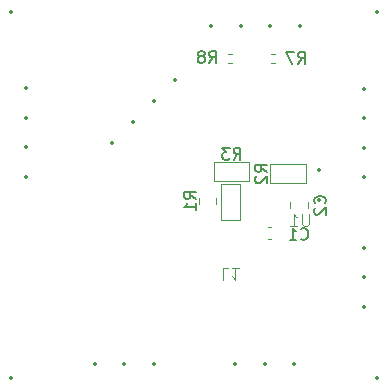
<source format=gbo>
%TF.GenerationSoftware,KiCad,Pcbnew,9.0.2-9.0.2-0~ubuntu22.04.1*%
%TF.CreationDate,2025-05-12T22:54:36+03:00*%
%TF.ProjectId,endpoint-driver,656e6470-6f69-46e7-942d-647269766572,rev?*%
%TF.SameCoordinates,Original*%
%TF.FileFunction,Legend,Bot*%
%TF.FilePolarity,Positive*%
%FSLAX46Y46*%
G04 Gerber Fmt 4.6, Leading zero omitted, Abs format (unit mm)*
G04 Created by KiCad (PCBNEW 9.0.2-9.0.2-0~ubuntu22.04.1) date 2025-05-12 22:54:36*
%MOMM*%
%LPD*%
G01*
G04 APERTURE LIST*
%ADD10C,0.150000*%
%ADD11C,0.100000*%
%ADD12C,0.120000*%
%ADD13C,0.350000*%
G04 APERTURE END LIST*
D10*
X28796666Y31095180D02*
X29129999Y31571371D01*
X29368094Y31095180D02*
X29368094Y32095180D01*
X29368094Y32095180D02*
X28987142Y32095180D01*
X28987142Y32095180D02*
X28891904Y32047561D01*
X28891904Y32047561D02*
X28844285Y31999942D01*
X28844285Y31999942D02*
X28796666Y31904704D01*
X28796666Y31904704D02*
X28796666Y31761847D01*
X28796666Y31761847D02*
X28844285Y31666609D01*
X28844285Y31666609D02*
X28891904Y31618990D01*
X28891904Y31618990D02*
X28987142Y31571371D01*
X28987142Y31571371D02*
X29368094Y31571371D01*
X28463332Y32095180D02*
X27796666Y32095180D01*
X27796666Y32095180D02*
X28225237Y31095180D01*
X21246666Y31145180D02*
X21579999Y31621371D01*
X21818094Y31145180D02*
X21818094Y32145180D01*
X21818094Y32145180D02*
X21437142Y32145180D01*
X21437142Y32145180D02*
X21341904Y32097561D01*
X21341904Y32097561D02*
X21294285Y32049942D01*
X21294285Y32049942D02*
X21246666Y31954704D01*
X21246666Y31954704D02*
X21246666Y31811847D01*
X21246666Y31811847D02*
X21294285Y31716609D01*
X21294285Y31716609D02*
X21341904Y31668990D01*
X21341904Y31668990D02*
X21437142Y31621371D01*
X21437142Y31621371D02*
X21818094Y31621371D01*
X20675237Y31716609D02*
X20770475Y31764228D01*
X20770475Y31764228D02*
X20818094Y31811847D01*
X20818094Y31811847D02*
X20865713Y31907085D01*
X20865713Y31907085D02*
X20865713Y31954704D01*
X20865713Y31954704D02*
X20818094Y32049942D01*
X20818094Y32049942D02*
X20770475Y32097561D01*
X20770475Y32097561D02*
X20675237Y32145180D01*
X20675237Y32145180D02*
X20484761Y32145180D01*
X20484761Y32145180D02*
X20389523Y32097561D01*
X20389523Y32097561D02*
X20341904Y32049942D01*
X20341904Y32049942D02*
X20294285Y31954704D01*
X20294285Y31954704D02*
X20294285Y31907085D01*
X20294285Y31907085D02*
X20341904Y31811847D01*
X20341904Y31811847D02*
X20389523Y31764228D01*
X20389523Y31764228D02*
X20484761Y31716609D01*
X20484761Y31716609D02*
X20675237Y31716609D01*
X20675237Y31716609D02*
X20770475Y31668990D01*
X20770475Y31668990D02*
X20818094Y31621371D01*
X20818094Y31621371D02*
X20865713Y31526133D01*
X20865713Y31526133D02*
X20865713Y31335657D01*
X20865713Y31335657D02*
X20818094Y31240419D01*
X20818094Y31240419D02*
X20770475Y31192800D01*
X20770475Y31192800D02*
X20675237Y31145180D01*
X20675237Y31145180D02*
X20484761Y31145180D01*
X20484761Y31145180D02*
X20389523Y31192800D01*
X20389523Y31192800D02*
X20341904Y31240419D01*
X20341904Y31240419D02*
X20294285Y31335657D01*
X20294285Y31335657D02*
X20294285Y31526133D01*
X20294285Y31526133D02*
X20341904Y31621371D01*
X20341904Y31621371D02*
X20389523Y31668990D01*
X20389523Y31668990D02*
X20484761Y31716609D01*
D11*
X29691904Y18352580D02*
X29691904Y17543057D01*
X29691904Y17543057D02*
X29644285Y17447819D01*
X29644285Y17447819D02*
X29596666Y17400200D01*
X29596666Y17400200D02*
X29501428Y17352580D01*
X29501428Y17352580D02*
X29310952Y17352580D01*
X29310952Y17352580D02*
X29215714Y17400200D01*
X29215714Y17400200D02*
X29168095Y17447819D01*
X29168095Y17447819D02*
X29120476Y17543057D01*
X29120476Y17543057D02*
X29120476Y18352580D01*
X28120476Y17352580D02*
X28691904Y17352580D01*
X28406190Y17352580D02*
X28406190Y18352580D01*
X28406190Y18352580D02*
X28501428Y18209723D01*
X28501428Y18209723D02*
X28596666Y18114485D01*
X28596666Y18114485D02*
X28691904Y18066866D01*
D10*
X20124819Y19646666D02*
X19648628Y19979999D01*
X20124819Y20218094D02*
X19124819Y20218094D01*
X19124819Y20218094D02*
X19124819Y19837142D01*
X19124819Y19837142D02*
X19172438Y19741904D01*
X19172438Y19741904D02*
X19220057Y19694285D01*
X19220057Y19694285D02*
X19315295Y19646666D01*
X19315295Y19646666D02*
X19458152Y19646666D01*
X19458152Y19646666D02*
X19553390Y19694285D01*
X19553390Y19694285D02*
X19601009Y19741904D01*
X19601009Y19741904D02*
X19648628Y19837142D01*
X19648628Y19837142D02*
X19648628Y20218094D01*
X20124819Y18694285D02*
X20124819Y19265713D01*
X20124819Y18979999D02*
X19124819Y18979999D01*
X19124819Y18979999D02*
X19267676Y19075237D01*
X19267676Y19075237D02*
X19362914Y19170475D01*
X19362914Y19170475D02*
X19410533Y19265713D01*
D11*
X22883333Y13787419D02*
X22407143Y13787419D01*
X22407143Y13787419D02*
X22407143Y12787419D01*
X23740476Y13787419D02*
X23169048Y13787419D01*
X23454762Y13787419D02*
X23454762Y12787419D01*
X23454762Y12787419D02*
X23359524Y12930276D01*
X23359524Y12930276D02*
X23264286Y13025514D01*
X23264286Y13025514D02*
X23169048Y13073133D01*
D10*
X31029580Y19256666D02*
X31077200Y19304285D01*
X31077200Y19304285D02*
X31124819Y19447142D01*
X31124819Y19447142D02*
X31124819Y19542380D01*
X31124819Y19542380D02*
X31077200Y19685237D01*
X31077200Y19685237D02*
X30981961Y19780475D01*
X30981961Y19780475D02*
X30886723Y19828094D01*
X30886723Y19828094D02*
X30696247Y19875713D01*
X30696247Y19875713D02*
X30553390Y19875713D01*
X30553390Y19875713D02*
X30362914Y19828094D01*
X30362914Y19828094D02*
X30267676Y19780475D01*
X30267676Y19780475D02*
X30172438Y19685237D01*
X30172438Y19685237D02*
X30124819Y19542380D01*
X30124819Y19542380D02*
X30124819Y19447142D01*
X30124819Y19447142D02*
X30172438Y19304285D01*
X30172438Y19304285D02*
X30220057Y19256666D01*
X30220057Y18875713D02*
X30172438Y18828094D01*
X30172438Y18828094D02*
X30124819Y18732856D01*
X30124819Y18732856D02*
X30124819Y18494761D01*
X30124819Y18494761D02*
X30172438Y18399523D01*
X30172438Y18399523D02*
X30220057Y18351904D01*
X30220057Y18351904D02*
X30315295Y18304285D01*
X30315295Y18304285D02*
X30410533Y18304285D01*
X30410533Y18304285D02*
X30553390Y18351904D01*
X30553390Y18351904D02*
X31124819Y18923332D01*
X31124819Y18923332D02*
X31124819Y18304285D01*
X29016666Y16260419D02*
X29064285Y16212800D01*
X29064285Y16212800D02*
X29207142Y16165180D01*
X29207142Y16165180D02*
X29302380Y16165180D01*
X29302380Y16165180D02*
X29445237Y16212800D01*
X29445237Y16212800D02*
X29540475Y16308038D01*
X29540475Y16308038D02*
X29588094Y16403276D01*
X29588094Y16403276D02*
X29635713Y16593752D01*
X29635713Y16593752D02*
X29635713Y16736609D01*
X29635713Y16736609D02*
X29588094Y16927085D01*
X29588094Y16927085D02*
X29540475Y17022323D01*
X29540475Y17022323D02*
X29445237Y17117561D01*
X29445237Y17117561D02*
X29302380Y17165180D01*
X29302380Y17165180D02*
X29207142Y17165180D01*
X29207142Y17165180D02*
X29064285Y17117561D01*
X29064285Y17117561D02*
X29016666Y17069942D01*
X28064285Y16165180D02*
X28635713Y16165180D01*
X28349999Y16165180D02*
X28349999Y17165180D01*
X28349999Y17165180D02*
X28445237Y17022323D01*
X28445237Y17022323D02*
X28540475Y16927085D01*
X28540475Y16927085D02*
X28635713Y16879466D01*
X26154819Y21926666D02*
X25678628Y22259999D01*
X26154819Y22498094D02*
X25154819Y22498094D01*
X25154819Y22498094D02*
X25154819Y22117142D01*
X25154819Y22117142D02*
X25202438Y22021904D01*
X25202438Y22021904D02*
X25250057Y21974285D01*
X25250057Y21974285D02*
X25345295Y21926666D01*
X25345295Y21926666D02*
X25488152Y21926666D01*
X25488152Y21926666D02*
X25583390Y21974285D01*
X25583390Y21974285D02*
X25631009Y22021904D01*
X25631009Y22021904D02*
X25678628Y22117142D01*
X25678628Y22117142D02*
X25678628Y22498094D01*
X25250057Y21545713D02*
X25202438Y21498094D01*
X25202438Y21498094D02*
X25154819Y21402856D01*
X25154819Y21402856D02*
X25154819Y21164761D01*
X25154819Y21164761D02*
X25202438Y21069523D01*
X25202438Y21069523D02*
X25250057Y21021904D01*
X25250057Y21021904D02*
X25345295Y20974285D01*
X25345295Y20974285D02*
X25440533Y20974285D01*
X25440533Y20974285D02*
X25583390Y21021904D01*
X25583390Y21021904D02*
X26154819Y21593332D01*
X26154819Y21593332D02*
X26154819Y20974285D01*
X23311666Y22965180D02*
X23644999Y23441371D01*
X23883094Y22965180D02*
X23883094Y23965180D01*
X23883094Y23965180D02*
X23502142Y23965180D01*
X23502142Y23965180D02*
X23406904Y23917561D01*
X23406904Y23917561D02*
X23359285Y23869942D01*
X23359285Y23869942D02*
X23311666Y23774704D01*
X23311666Y23774704D02*
X23311666Y23631847D01*
X23311666Y23631847D02*
X23359285Y23536609D01*
X23359285Y23536609D02*
X23406904Y23488990D01*
X23406904Y23488990D02*
X23502142Y23441371D01*
X23502142Y23441371D02*
X23883094Y23441371D01*
X22978332Y23965180D02*
X22359285Y23965180D01*
X22359285Y23965180D02*
X22692618Y23584228D01*
X22692618Y23584228D02*
X22549761Y23584228D01*
X22549761Y23584228D02*
X22454523Y23536609D01*
X22454523Y23536609D02*
X22406904Y23488990D01*
X22406904Y23488990D02*
X22359285Y23393752D01*
X22359285Y23393752D02*
X22359285Y23155657D01*
X22359285Y23155657D02*
X22406904Y23060419D01*
X22406904Y23060419D02*
X22454523Y23012800D01*
X22454523Y23012800D02*
X22549761Y22965180D01*
X22549761Y22965180D02*
X22835475Y22965180D01*
X22835475Y22965180D02*
X22930713Y23012800D01*
X22930713Y23012800D02*
X22978332Y23060419D01*
D12*
%TO.C,R7*%
X26823641Y31150000D02*
X26516359Y31150000D01*
X26823641Y31910000D02*
X26516359Y31910000D01*
%TO.C,R8*%
X22886359Y31150000D02*
X23193641Y31150000D01*
X22886359Y31910000D02*
X23193641Y31910000D01*
%TO.C,C3*%
X20395000Y19208748D02*
X20395000Y19731252D01*
X21865000Y19208748D02*
X21865000Y19731252D01*
%TO.C,R1*%
X22230000Y20885000D02*
X23830000Y20885000D01*
X22230000Y17885000D02*
X22230000Y20885000D01*
X23830000Y20885000D02*
X23830000Y17885000D01*
X23830000Y17885000D02*
X22230000Y17885000D01*
%TO.C,C2*%
X28125000Y19371252D02*
X28125000Y18848748D01*
X29595000Y19371252D02*
X29595000Y18848748D01*
%TO.C,C1*%
X26520580Y17240000D02*
X26239420Y17240000D01*
X26520580Y16220000D02*
X26239420Y16220000D01*
%TO.C,R2*%
X26430000Y22620000D02*
X29430000Y22620000D01*
X26430000Y21020000D02*
X26430000Y22620000D01*
X29430000Y22620000D02*
X29430000Y21020000D01*
X29430000Y21020000D02*
X26430000Y21020000D01*
%TO.C,R3*%
X21645000Y22720000D02*
X24645000Y22720000D01*
X21645000Y21120000D02*
X21645000Y22720000D01*
X24645000Y22720000D02*
X24645000Y21120000D01*
X24645000Y21120000D02*
X21645000Y21120000D01*
%TD*%
D13*
X21410000Y34287500D03*
X23910000Y34287500D03*
X26410000Y34287500D03*
X28910000Y34287500D03*
X11550000Y5670000D03*
X14050000Y5670000D03*
X16550000Y5670000D03*
X34320000Y10510000D03*
X34320000Y13010000D03*
X34320000Y15510000D03*
X5720000Y21500000D03*
X5720000Y24000000D03*
X5720000Y26500000D03*
X5720000Y29000000D03*
X4500000Y4500000D03*
X34357500Y28980000D03*
X34357500Y26480000D03*
X34357500Y23980000D03*
X34357500Y21480000D03*
X30520000Y22085000D03*
X30520000Y19545000D03*
X35500000Y4500000D03*
X4500000Y35500000D03*
X13000000Y24340000D03*
X14796051Y26136051D03*
X16592102Y27932102D03*
X18388154Y29728154D03*
X35500000Y35500000D03*
X28450000Y5642500D03*
X25950000Y5642500D03*
X23450000Y5642500D03*
M02*

</source>
